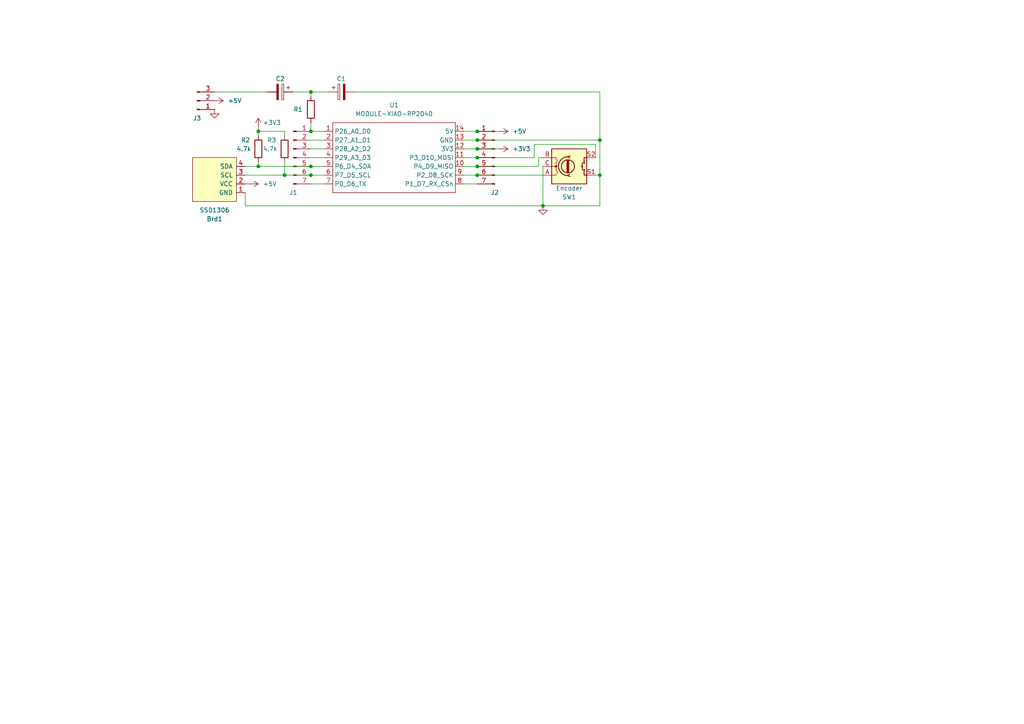
<source format=kicad_sch>
(kicad_sch (version 20230121) (generator eeschema)
  (paper "A4")
  (title_block (title "OLED Display Board"))
  (lib_symbols
    (symbol "Connector:Conn_01x03_Pin" (pin_names (offset 1.016) hide)
      (property "Reference" "J3" (at -2.54 2.54 0))
      (property "Value" "3P Header" (at -2.54 5.08 0))
      (symbol "Conn_01x03_Pin_1_1"
        (polyline (pts (xy 1.27 -2.54) (xy 0.8636 -2.54)) (stroke (width 0.1524)))
        (polyline (pts (xy 1.27 0) (xy 0.8636 0)) (stroke (width 0.1524)))
        (polyline (pts (xy 1.27 2.54) (xy 0.8636 2.54)) (stroke (width 0.1524)))
        (rectangle (start 0.8636 -2.413) (end 0 -2.667) (stroke (width 0.1524)) (fill (type outline)))
        (rectangle (start 0.8636 0.127) (end 0 -0.127) (stroke (width 0.1524)) (fill (type outline)))
        (rectangle (start 0.8636 2.667) (end 0 2.413) (stroke (width 0.1524)) (fill (type outline)))
        (pin passive line (at 5.08 2.54 180) (length 3.81) (name "Pin_1") (number "1"))
        (pin passive line (at 5.08 0 180) (length 3.81) (name "Pin_2") (number "2"))
        (pin passive line (at 5.08 -2.54 180) (length 3.81) (name "Pin_3") (number "3"))
      )
    )
    (symbol "Connector:Conn_01x07_Pin" (pin_names (offset 1.016) hide)
      (property "Reference" "J" (at 0 10.16 0))
      (property "Value" "Conn_01x07_Pin" (at 0 -10.16 0))
      (symbol "Conn_01x07_Pin_1_1"
        (polyline (pts (xy 1.27 -7.62) (xy 0.8636 -7.62)) (stroke (width 0.1524)))
        (polyline (pts (xy 1.27 -5.08) (xy 0.8636 -5.08)) (stroke (width 0.1524)))
        (polyline (pts (xy 1.27 -2.54) (xy 0.8636 -2.54)) (stroke (width 0.1524)))
        (polyline (pts (xy 1.27 0) (xy 0.8636 0)) (stroke (width 0.1524)))
        (polyline (pts (xy 1.27 2.54) (xy 0.8636 2.54)) (stroke (width 0.1524)))
        (polyline (pts (xy 1.27 5.08) (xy 0.8636 5.08)) (stroke (width 0.1524)))
        (polyline (pts (xy 1.27 7.62) (xy 0.8636 7.62)) (stroke (width 0.1524)))
        (rectangle (start 0.8636 -7.493) (end 0 -7.747) (stroke (width 0.1524)) (fill (type outline)))
        (rectangle (start 0.8636 -4.953) (end 0 -5.207) (stroke (width 0.1524)) (fill (type outline)))
        (rectangle (start 0.8636 -2.413) (end 0 -2.667) (stroke (width 0.1524)) (fill (type outline)))
        (rectangle (start 0.8636 0.127) (end 0 -0.127) (stroke (width 0.1524)) (fill (type outline)))
        (rectangle (start 0.8636 2.667) (end 0 2.413) (stroke (width 0.1524)) (fill (type outline)))
        (rectangle (start 0.8636 5.207) (end 0 4.953) (stroke (width 0.1524)) (fill (type outline)))
        (rectangle (start 0.8636 7.747) (end 0 7.493) (stroke (width 0.1524)) (fill (type outline)))
        (pin passive line (at 5.08 7.62 180) (length 3.81) (name "Pin_1") (number "1"))
        (pin passive line (at 5.08 5.08 180) (length 3.81) (name "Pin_2") (number "2"))
        (pin passive line (at 5.08 2.54 180) (length 3.81) (name "Pin_3") (number "3"))
        (pin passive line (at 5.08 0 180) (length 3.81) (name "Pin_4") (number "4"))
        (pin passive line (at 5.08 -2.54 180) (length 3.81) (name "Pin_5") (number "5"))
        (pin passive line (at 5.08 -5.08 180) (length 3.81) (name "Pin_6") (number "6"))
        (pin passive line (at 5.08 -7.62 180) (length 3.81) (name "Pin_7") (number "7"))
      )
    )
    (symbol "Device:C_Polarized" (pin_numbers hide) (pin_names (offset 0.254))
      (property "Reference" "C" (at 0.635 2.54 0))
      (property "Value" "C_Polarized" (at 0.635 -2.54 0))
      (symbol "C_Polarized_0_1"
        (rectangle (start -2.286 0.508) (end 2.286 1.016))
        (polyline (pts (xy -1.778 2.286) (xy -0.762 2.286)))
        (polyline (pts (xy -1.27 2.794) (xy -1.27 1.778)))
        (rectangle (start 2.286 -0.508) (end -2.286 -1.016) (fill (type outline)))
      )
      (symbol "C_Polarized_1_1"
        (pin passive line (at 0 3.81 270) (length 2.794) (name "~") (number "1"))
        (pin passive line (at 0 -3.81 90) (length 2.794) (name "~") (number "2"))
      )
    )
    (symbol "Device:R" (pin_numbers hide) (pin_names (offset 0))
      (property "Reference" "R" (at 2.032 0 90))
      (property "Value" "R" (at 0 0 90))
      (symbol "R_0_1"
        (rectangle (start -1.016 -2.54) (end 1.016 2.54) (stroke (width 0.254)))
      )
      (symbol "R_1_1"
        (pin passive line (at 0 3.81 270) (length 1.27) (name "~") (number "1"))
        (pin passive line (at 0 -3.81 90) (length 1.27) (name "~") (number "2"))
      )
    )
    (symbol "Device:RotaryEncoder_Switch" (pin_names (offset 0.254) hide)
      (property "Reference" "SW" (at 0 6.604 0))
      (property "Value" "RotaryEncoder_Switch" (at 0 -6.604 0))
      (symbol "RotaryEncoder_Switch_0_1"
        (rectangle (start -5.08 5.08) (end 5.08 -5.08) (stroke (width 0.254)) (fill (type background)))
        (circle (center -3.81 0) (radius 0.254) (fill (type outline)))
        (circle (center -0.381 0) (radius 1.905) (stroke (width 0.254)))
        (arc (start -0.381 2.667) (mid -3.0988 -0.0635) (end -0.381 -2.794) (stroke (width 0.254)))
        (polyline (pts (xy -0.635 -1.778) (xy -0.635 1.778)) (stroke (width 0.254)))
        (polyline (pts (xy -0.381 -1.778) (xy -0.381 1.778)) (stroke (width 0.254)))
        (polyline (pts (xy -0.127 1.778) (xy -0.127 -1.778)) (stroke (width 0.254)))
        (polyline (pts (xy 3.81 0) (xy 3.429 0)) (stroke (width 0.254)))
        (polyline (pts (xy 3.81 1.016) (xy 3.81 -1.016)) (stroke (width 0.254)))
        (polyline (pts (xy -5.08 -2.54) (xy -3.81 -2.54) (xy -3.81 -2.032)))
        (polyline (pts (xy -5.08 2.54) (xy -3.81 2.54) (xy -3.81 2.032)))
        (polyline (pts (xy 0.254 -3.048) (xy -0.508 -2.794) (xy 0.127 -2.413)) (stroke (width 0.254)))
        (polyline (pts (xy 0.254 2.921) (xy -0.508 2.667) (xy 0.127 2.286)) (stroke (width 0.254)))
        (polyline (pts (xy 5.08 -2.54) (xy 4.318 -2.54) (xy 4.318 -1.016)) (stroke (width 0.254)))
        (polyline (pts (xy 5.08 2.54) (xy 4.318 2.54) (xy 4.318 1.016)) (stroke (width 0.254)))
        (polyline (pts (xy -5.08 0) (xy -3.81 0) (xy -3.81 -1.016) (xy -3.302 -2.032)))
        (polyline (pts (xy -4.318 0) (xy -3.81 0) (xy -3.81 1.016) (xy -3.302 2.032)))
        (circle (center 4.318 -1.016) (radius 0.127) (stroke (width 0.254)))
        (circle (center 4.318 1.016) (radius 0.127) (stroke (width 0.254)))
      )
      (symbol "RotaryEncoder_Switch_1_1"
        (pin passive line (at -7.62 2.54 0) (length 2.54) (name "A") (number "A"))
        (pin passive line (at -7.62 -2.54 0) (length 2.54) (name "B") (number "B"))
        (pin passive line (at -7.62 0 0) (length 2.54) (name "C") (number "C"))
        (pin passive line (at 7.62 2.54 180) (length 2.54) (name "S1") (number "S1"))
        (pin passive line (at 7.62 -2.54 180) (length 2.54) (name "S2") (number "S2"))
      )
    )
    (symbol "MODULE-SEEEDUINO-XIAO:MODULE-XIAO-RP2040"
      (property "Reference" "U1" (at 1.27 15.24 0))
      (property "Value" "MODULE-XIAO-RP2040" (at 1.27 12.7 0))
      (symbol "MODULE-XIAO-RP2040_0_1"
        (rectangle (start -16.51 10.16) (end 19.05 -10.16))
      )
      (symbol "MODULE-XIAO-RP2040_1_1"
        (pin passive line (at -19.05 7.62 0) (length 2.54) (name "P26_A0_D0") (number "1"))
        (pin passive line (at 21.59 -2.54 180) (length 2.54) (name "P4_D9_MISO") (number "10"))
        (pin passive line (at 21.59 0 180) (length 2.54) (name "P3_D10_MOSI") (number "11"))
        (pin power_out line (at 21.59 2.54 180) (length 2.54) (name "3V3") (number "12"))
        (pin power_out line (at 21.59 5.08 180) (length 2.54) (name "GND") (number "13"))
        (pin power_out line (at 21.59 7.62 180) (length 2.54) (name "5V") (number "14"))
        (pin passive line (at -19.05 5.08 0) (length 2.54) (name "P27_A1_D1") (number "2"))
        (pin passive line (at -19.05 2.54 0) (length 2.54) (name "P28_A2_D2") (number "3"))
        (pin passive line (at -19.05 0 0) (length 2.54) (name "P29_A3_D3") (number "4"))
        (pin passive line (at -19.05 -2.54 0) (length 2.54) (name "P6_D4_SDA") (number "5"))
        (pin passive line (at -19.05 -5.08 0) (length 2.54) (name "P7_D5_SCL") (number "6"))
        (pin passive line (at -19.05 -7.62 0) (length 2.54) (name "P0_D6_TX") (number "7"))
        (pin passive line (at 21.59 -7.62 180) (length 2.54) (name "P1_D7_RX_CSn") (number "8"))
        (pin passive line (at 21.59 -5.08 180) (length 2.54) (name "P2_D8_SCK") (number "9"))
      )
    )
    (symbol "SSD1306-128x64_OLED:SSD1306" (pin_names (offset 1.016))
      (property "Reference" "Brd" (at 0 -3.81 0))
      (property "Value" "SSD1306" (at 0 -1.27 0))
      (symbol "SSD1306_0_1"
        (rectangle (start -6.35 6.35) (end 6.35 -6.35) (fill (type background)))
      )
      (symbol "SSD1306_1_1"
        (pin input line (at -3.81 8.89 270) (length 2.54) (name "GND") (number "1"))
        (pin input line (at -1.27 8.89 270) (length 2.54) (name "VCC") (number "2"))
        (pin input line (at 1.27 8.89 270) (length 2.54) (name "SCL") (number "3"))
        (pin input line (at 3.81 8.89 270) (length 2.54) (name "SDA") (number "4"))
      )
    )
    (symbol "power:+3V3" (power) (pin_names (offset 0))
      (property "Value" "+3V3" (at 0 3.556 0))
      (symbol "+3V3_0_1"
        (polyline (pts (xy -0.762 1.27) (xy 0 2.54)))
        (polyline (pts (xy 0 0) (xy 0 2.54)))
        (polyline (pts (xy 0 2.54) (xy 0.762 1.27)))
      )
      (symbol "+3V3_1_1"
        (pin power_in line (at 0 0 90) (length 0) hide (name "+3V3") (number "1"))
      )
    )
    (symbol "power:+5V" (power) (pin_names (offset 0))
      (property "Value" "+5V" (at 0 3.556 0))
      (symbol "+5V_0_1"
        (polyline (pts (xy -0.762 1.27) (xy 0 2.54)))
        (polyline (pts (xy 0 0) (xy 0 2.54)))
        (polyline (pts (xy 0 2.54) (xy 0.762 1.27)))
      )
      (symbol "+5V_1_1"
        (pin power_in line (at 0 0 90) (length 0) hide (name "+5V") (number "1"))
      )
    )
    (symbol "power:GND" (power) (pin_names (offset 0))
      (property "Value" "GND" (at 0 -3.81 0))
      (symbol "GND_0_1"
        (polyline (pts (xy 0 0) (xy 0 -1.27) (xy 1.27 -1.27) (xy 0 -2.54) (xy -1.27 -1.27) (xy 0 -1.27)))
      )
      (symbol "GND_1_1"
        (pin power_in line (at 0 0 270) (length 0) hide (name "GND") (number "1"))
      )
    )
  )
  (junction (at 90.17 26.67))
  (junction (at 90.17 50.8))
  (junction (at 74.93 38.1))
  (junction (at 173.99 50.8))
  (junction (at 138.43 45.72))
  (junction (at 90.17 48.26))
  (junction (at 74.93 48.26))
  (junction (at 82.55 50.8))
  (junction (at 138.43 43.18))
  (junction (at 138.43 50.8))
  (junction (at 138.43 38.1))
  (junction (at 138.43 48.26))
  (junction (at 173.99 40.64))
  (junction (at 90.17 38.1))
  (junction (at 157.48 59.69))
  (junction (at 138.43 40.64))
  (wire (pts (xy 90.17 26.67) (xy 90.17 27.94)))
  (wire (pts (xy 90.17 43.18) (xy 93.98 43.18)))
  (wire (pts (xy 90.17 35.56) (xy 90.17 38.1)))
  (wire (pts (xy 138.43 53.34) (xy 134.62 53.34)))
  (wire (pts (xy 85.09 26.67) (xy 90.17 26.67)))
  (wire (pts (xy 154.94 45.72) (xy 154.94 41.91)))
  (wire (pts (xy 138.43 40.64) (xy 173.99 40.64)))
  (wire (pts (xy 157.48 48.26) (xy 157.48 59.69)))
  (wire (pts (xy 74.93 38.1) (xy 82.55 38.1)))
  (wire (pts (xy 90.17 40.64) (xy 93.98 40.64)))
  (wire (pts (xy 138.43 38.1) (xy 134.62 38.1)))
  (wire (pts (xy 74.93 48.26) (xy 90.17 48.26)))
  (wire (pts (xy 71.12 50.8) (xy 82.55 50.8)))
  (wire (pts (xy 157.48 59.69) (xy 71.12 59.69)))
  (wire (pts (xy 90.17 45.72) (xy 93.98 45.72)))
  (wire (pts (xy 71.12 48.26) (xy 74.93 48.26)))
  (wire (pts (xy 172.72 41.91) (xy 172.72 45.72)))
  (wire (pts (xy 157.48 45.72) (xy 156.21 45.72)))
  (wire (pts (xy 173.99 50.8) (xy 172.72 50.8)))
  (wire (pts (xy 144.78 43.18) (xy 138.43 43.18)))
  (wire (pts (xy 134.62 50.8) (xy 138.43 50.8)))
  (wire (pts (xy 74.93 46.99) (xy 74.93 48.26)))
  (wire (pts (xy 71.12 53.34) (xy 72.39 53.34)))
  (wire (pts (xy 90.17 53.34) (xy 93.98 53.34)))
  (wire (pts (xy 82.55 38.1) (xy 82.55 39.37)))
  (wire (pts (xy 71.12 55.88) (xy 71.12 59.69)))
  (wire (pts (xy 173.99 26.67) (xy 173.99 40.64)))
  (wire (pts (xy 157.48 59.69) (xy 173.99 59.69)))
  (wire (pts (xy 74.93 36.83) (xy 74.93 38.1)))
  (wire (pts (xy 173.99 40.64) (xy 173.99 50.8)))
  (wire (pts (xy 82.55 50.8) (xy 90.17 50.8)))
  (wire (pts (xy 156.21 45.72) (xy 156.21 48.26)))
  (wire (pts (xy 138.43 45.72) (xy 154.94 45.72)))
  (wire (pts (xy 62.23 26.67) (xy 77.47 26.67)))
  (wire (pts (xy 102.87 26.67) (xy 173.99 26.67)))
  (wire (pts (xy 134.62 43.18) (xy 138.43 43.18)))
  (wire (pts (xy 138.43 48.26) (xy 134.62 48.26)))
  (wire (pts (xy 90.17 48.26) (xy 93.98 48.26)))
  (wire (pts (xy 154.94 41.91) (xy 172.72 41.91)))
  (wire (pts (xy 95.25 26.67) (xy 90.17 26.67)))
  (wire (pts (xy 173.99 50.8) (xy 173.99 59.69)))
  (wire (pts (xy 74.93 38.1) (xy 74.93 39.37)))
  (wire (pts (xy 138.43 50.8) (xy 157.48 50.8)))
  (wire (pts (xy 90.17 38.1) (xy 93.98 38.1)))
  (wire (pts (xy 138.43 48.26) (xy 156.21 48.26)))
  (wire (pts (xy 82.55 46.99) (xy 82.55 50.8)))
  (wire (pts (xy 134.62 40.64) (xy 138.43 40.64)))
  (wire (pts (xy 90.17 50.8) (xy 93.98 50.8)))
  (wire (pts (xy 138.43 45.72) (xy 134.62 45.72)))
  (wire (pts (xy 144.78 38.1) (xy 138.43 38.1)))
  (symbol (lib_id "power:+3V3") (at 74.93 36.83 0) (unit 1)
    (property "Reference" "#PWR07" (effects hide))
    (property "Value" "+3V3" (at 76.2 35.56 0) (effects (justify left)))
  )
  (symbol (lib_id "Device:RotaryEncoder_Switch") (at 165.1 48.26 0) (mirror x) (unit 1)
    (property "Reference" "SW1" (at 165.1 57.15 0))
    (property "Value" "Encoder" (at 165.1 54.61 0))
    (property "Footprint" "Rotary_Encoder:RotaryEncoder_Alps_EC11E-Switch_Vertical_H20mm" (effects hide))
  )
  (symbol (lib_id "power:+3V3") (at 144.78 43.18 270) (unit 1)
    (property "Reference" "#PWR02" (effects hide))
    (property "Value" "+3V3" (at 148.59 43.18 90) (effects (justify left)))
  )
  (symbol (lib_id "MODULE-SEEEDUINO-XIAO:MODULE-XIAO-RP2040") (at 113.03 45.72 0) (unit 1)
    (property "Reference" "U1" (at 114.3 30.48 0))
    (property "Value" "MODULE-XIAO-RP2040" (at 114.3 33.02 0))
    (property "Footprint" "Modules:MODULE14P-SMD-2.54-21X17.8MM" (effects hide))
  )
  (symbol (lib_id "power:GND") (at 157.48 59.69 0) (unit 1)
    (property "Reference" "#PWR05" (effects hide))
    (property "Value" "GND" (effects hide))
  )
  (symbol (lib_id "power:+5V") (at 62.23 29.21 270) (unit 1)
    (property "Reference" "#PWR03" (effects hide))
    (property "Value" "+5V" (at 66.04 29.21 90) (effects (justify left)))
  )
  (symbol (lib_id "Device:C_Polarized") (at 99.06 26.67 90) (mirror x) (unit 1)
    (property "Reference" "C1" (at 100.33 22.86 90) (effects (justify left)))
    (property "Value" "C_Polarized" (effects hide))
    (property "Footprint" "Capacitor_Tantalum_SMD:CP_EIA-2012-12_Kemet-R_Pad1.30x1.05mm_HandSolder" (effects hide))
  )
  (symbol (lib_id "power:+5V") (at 144.78 38.1 270) (unit 1)
    (property "Reference" "#PWR04" (effects hide))
    (property "Value" "+5V" (at 148.59 38.1 90) (effects (justify left)))
  )
  (symbol (lib_id "SSD1306-128x64_OLED:SSD1306") (at 62.23 52.07 270) (mirror x) (unit 1)
    (property "Reference" "Brd1" (at 62.23 63.5 90))
    (property "Value" "SSD1306" (at 62.23 60.96 90))
    (property "Footprint" "Modules:128x64OLED" (effects hide))
  )
  (symbol (lib_id "power:GND") (at 62.23 31.75 0) (unit 1)
    (property "Reference" "#PWR01" (effects hide))
    (property "Value" "GND" (effects hide))
  )
  (symbol (lib_id "Connector:Conn_01x07_Pin") (at 143.51 45.72 0) (mirror y) (unit 1)
    (property "Reference" "J2" (at 143.51 55.88 0))
    (property "Value" "Conn_01x07_Pin" (effects hide))
    (property "Footprint" "Connector_PinHeader_2.54mm:PinHeader_1x07_P2.54mm_Vertical" (effects hide))
  )
  (symbol (lib_id "Device:R") (at 82.55 43.18 0) (unit 1)
    (property "Reference" "R3" (at 77.47 40.64 0) (effects (justify left)))
    (property "Value" "4.7k" (at 76.2 43.18 0) (effects (justify left)))
    (property "Footprint" "Resistor_SMD:R_0805_2012Metric_Pad1.20x1.40mm_HandSolder" (effects hide))
  )
  (symbol (lib_id "Connector:Conn_01x03_Pin") (at 57.15 29.21 0) (mirror x) (unit 1)
    (property "Reference" "J3" (at 57.15 34.29 0))
    (property "Value" "3P Header" (effects hide))
    (property "Footprint" "Connector_PinHeader_2.54mm:PinHeader_1x03_P2.54mm_Vertical" (effects hide))
  )
  (symbol (lib_id "power:+5V") (at 72.39 53.34 270) (unit 1)
    (property "Reference" "#PWR08" (effects hide))
    (property "Value" "+5V" (at 76.2 53.34 90) (effects (justify left)))
  )
  (symbol (lib_id "Device:R") (at 90.17 31.75 0) (unit 1)
    (property "Reference" "R1" (at 85.09 31.75 0) (effects (justify left)))
    (property "Value" "R" (effects hide))
    (property "Footprint" "Resistor_SMD:R_0805_2012Metric_Pad1.20x1.40mm_HandSolder" (effects hide))
  )
  (symbol (lib_id "Device:C_Polarized") (at 81.28 26.67 270) (unit 1)
    (property "Reference" "C2" (at 81.28 22.86 90))
    (property "Value" "C_Polarized" (effects hide))
    (property "Footprint" "Capacitor_THT:CP_Radial_D5.0mm_P2.50mm" (effects hide))
  )
  (symbol (lib_id "Device:R") (at 74.93 43.18 0) (unit 1)
    (property "Reference" "R2" (at 69.85 40.64 0) (effects (justify left)))
    (property "Value" "4.7k" (at 68.58 43.18 0) (effects (justify left)))
    (property "Footprint" "Resistor_SMD:R_0805_2012Metric_Pad1.20x1.40mm_HandSolder" (effects hide))
  )
  (symbol (lib_id "Connector:Conn_01x07_Pin") (at 85.09 45.72 0) (unit 1)
    (property "Reference" "J1" (at 85.09 55.88 0))
    (property "Value" "7P Header" (effects hide))
    (property "Footprint" "Connector_PinHeader_2.54mm:PinHeader_1x07_P2.54mm_Vertical" (effects hide))
  )
)
</source>
